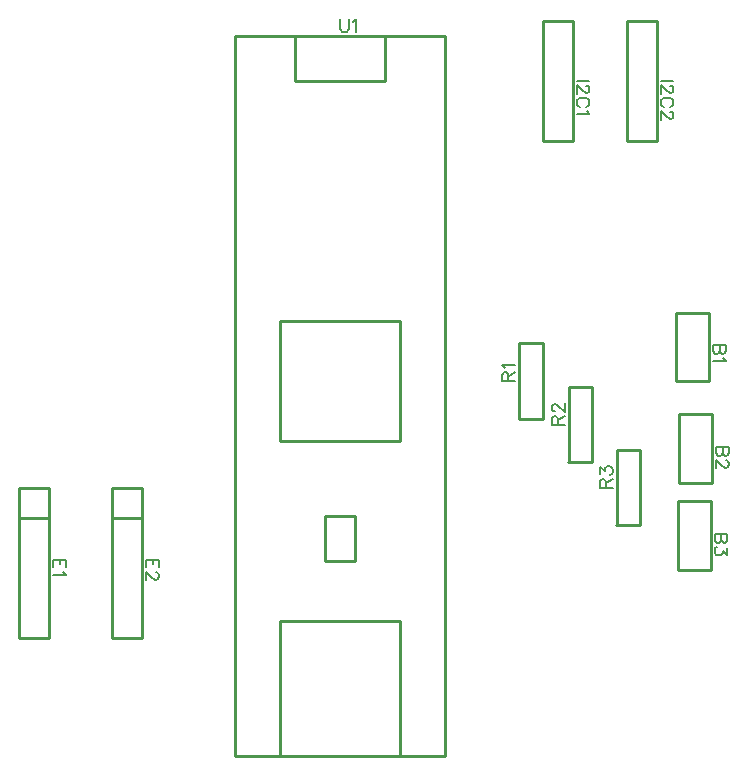
<source format=gto>
G04 Layer: TopSilkscreenLayer*
G04 EasyEDA v6.5.42, 2024-05-16 00:57:31*
G04 d9f469ff45594f39a9365f2809714314,1c3c6ee5999b4fae9b5d841b4a43d368,10*
G04 Gerber Generator version 0.2*
G04 Scale: 100 percent, Rotated: No, Reflected: No *
G04 Dimensions in millimeters *
G04 leading zeros omitted , absolute positions ,4 integer and 5 decimal *
%FSLAX45Y45*%
%MOMM*%

%ADD10C,0.1524*%
%ADD11C,0.2540*%

%LPD*%
D10*
X750315Y2667000D02*
G01*
X641350Y2667000D01*
X724407Y2627629D02*
G01*
X729487Y2627629D01*
X739902Y2622295D01*
X745236Y2617215D01*
X750315Y2606802D01*
X750315Y2585973D01*
X745236Y2575560D01*
X739902Y2570479D01*
X729487Y2565145D01*
X719073Y2565145D01*
X708660Y2570479D01*
X693165Y2580639D01*
X641350Y2632710D01*
X641350Y2560065D01*
X724407Y2447797D02*
G01*
X734821Y2452878D01*
X745236Y2463292D01*
X750315Y2473705D01*
X750315Y2494534D01*
X745236Y2504947D01*
X734821Y2515362D01*
X724407Y2520442D01*
X708660Y2525776D01*
X682752Y2525776D01*
X667257Y2520442D01*
X656844Y2515362D01*
X646429Y2504947D01*
X641350Y2494534D01*
X641350Y2473705D01*
X646429Y2463292D01*
X656844Y2452878D01*
X667257Y2447797D01*
X729487Y2413507D02*
G01*
X734821Y2403094D01*
X750315Y2387600D01*
X641350Y2387600D01*
X1461515Y2667000D02*
G01*
X1352550Y2667000D01*
X1435607Y2627629D02*
G01*
X1440687Y2627629D01*
X1451102Y2622295D01*
X1456436Y2617215D01*
X1461515Y2606802D01*
X1461515Y2585973D01*
X1456436Y2575560D01*
X1451102Y2570479D01*
X1440687Y2565145D01*
X1430273Y2565145D01*
X1419860Y2570479D01*
X1404365Y2580639D01*
X1352550Y2632710D01*
X1352550Y2560065D01*
X1435607Y2447797D02*
G01*
X1446021Y2452878D01*
X1456436Y2463292D01*
X1461515Y2473705D01*
X1461515Y2494534D01*
X1456436Y2504947D01*
X1446021Y2515362D01*
X1435607Y2520442D01*
X1419860Y2525776D01*
X1393952Y2525776D01*
X1378457Y2520442D01*
X1368044Y2515362D01*
X1357629Y2504947D01*
X1352550Y2494534D01*
X1352550Y2473705D01*
X1357629Y2463292D01*
X1368044Y2452878D01*
X1378457Y2447797D01*
X1435607Y2408173D02*
G01*
X1440687Y2408173D01*
X1451102Y2403094D01*
X1456436Y2397760D01*
X1461515Y2387600D01*
X1461515Y2366771D01*
X1456436Y2356357D01*
X1451102Y2351023D01*
X1440687Y2345944D01*
X1430273Y2345944D01*
X1419860Y2351023D01*
X1404365Y2361437D01*
X1352550Y2413507D01*
X1352550Y2340610D01*
X-3681984Y-1384300D02*
G01*
X-3790950Y-1384300D01*
X-3681984Y-1384300D02*
G01*
X-3681984Y-1451863D01*
X-3733800Y-1384300D02*
G01*
X-3733800Y-1425955D01*
X-3790950Y-1384300D02*
G01*
X-3790950Y-1451863D01*
X-3702812Y-1486154D02*
G01*
X-3697478Y-1496568D01*
X-3681984Y-1512062D01*
X-3790950Y-1512062D01*
X-2894584Y-1384300D02*
G01*
X-3003550Y-1384300D01*
X-2894584Y-1384300D02*
G01*
X-2894584Y-1451863D01*
X-2946400Y-1384300D02*
G01*
X-2946400Y-1425955D01*
X-3003550Y-1384300D02*
G01*
X-3003550Y-1451863D01*
X-2920492Y-1491234D02*
G01*
X-2915412Y-1491234D01*
X-2904997Y-1496568D01*
X-2899663Y-1501647D01*
X-2894584Y-1512062D01*
X-2894584Y-1532889D01*
X-2899663Y-1543304D01*
X-2904997Y-1548384D01*
X-2915412Y-1553718D01*
X-2925826Y-1553718D01*
X-2936239Y-1548384D01*
X-2951734Y-1537970D01*
X-3003550Y-1486154D01*
X-3003550Y-1558797D01*
X1906015Y431800D02*
G01*
X1797050Y431800D01*
X1906015Y431800D02*
G01*
X1906015Y385063D01*
X1900936Y369570D01*
X1895602Y364236D01*
X1885187Y359155D01*
X1874773Y359155D01*
X1864360Y364236D01*
X1859279Y369570D01*
X1854200Y385063D01*
X1854200Y431800D02*
G01*
X1854200Y385063D01*
X1848865Y369570D01*
X1843786Y364236D01*
X1833371Y359155D01*
X1817623Y359155D01*
X1807210Y364236D01*
X1802129Y369570D01*
X1797050Y385063D01*
X1797050Y431800D01*
X1885187Y324865D02*
G01*
X1890521Y314452D01*
X1906015Y298704D01*
X1797050Y298704D01*
X1931415Y-431800D02*
G01*
X1822450Y-431800D01*
X1931415Y-431800D02*
G01*
X1931415Y-478536D01*
X1926336Y-494029D01*
X1921002Y-499363D01*
X1910587Y-504444D01*
X1900173Y-504444D01*
X1889760Y-499363D01*
X1884679Y-494029D01*
X1879600Y-478536D01*
X1879600Y-431800D02*
G01*
X1879600Y-478536D01*
X1874265Y-494029D01*
X1869186Y-499363D01*
X1858771Y-504444D01*
X1843023Y-504444D01*
X1832610Y-499363D01*
X1827529Y-494029D01*
X1822450Y-478536D01*
X1822450Y-431800D01*
X1905507Y-544068D02*
G01*
X1910587Y-544068D01*
X1921002Y-549147D01*
X1926336Y-554481D01*
X1931415Y-564895D01*
X1931415Y-585470D01*
X1926336Y-595884D01*
X1921002Y-601218D01*
X1910587Y-606297D01*
X1900173Y-606297D01*
X1889760Y-601218D01*
X1874265Y-590804D01*
X1822450Y-538734D01*
X1822450Y-611631D01*
X1918715Y-1168400D02*
G01*
X1809750Y-1168400D01*
X1918715Y-1168400D02*
G01*
X1918715Y-1215136D01*
X1913636Y-1230629D01*
X1908302Y-1235963D01*
X1897887Y-1241044D01*
X1887473Y-1241044D01*
X1877060Y-1235963D01*
X1871979Y-1230629D01*
X1866900Y-1215136D01*
X1866900Y-1168400D02*
G01*
X1866900Y-1215136D01*
X1861565Y-1230629D01*
X1856486Y-1235963D01*
X1846071Y-1241044D01*
X1830323Y-1241044D01*
X1819910Y-1235963D01*
X1814829Y-1230629D01*
X1809750Y-1215136D01*
X1809750Y-1168400D01*
X1918715Y-1285747D02*
G01*
X1918715Y-1342897D01*
X1877060Y-1311910D01*
X1877060Y-1327404D01*
X1871979Y-1337818D01*
X1866900Y-1342897D01*
X1851152Y-1348231D01*
X1840737Y-1348231D01*
X1825244Y-1342897D01*
X1814829Y-1332484D01*
X1809750Y-1316989D01*
X1809750Y-1301495D01*
X1814829Y-1285747D01*
X1819910Y-1280668D01*
X1830323Y-1275334D01*
X11684Y127000D02*
G01*
X120650Y127000D01*
X11684Y127000D02*
G01*
X11684Y173736D01*
X16763Y189229D01*
X22097Y194563D01*
X32512Y199644D01*
X42926Y199644D01*
X53339Y194563D01*
X58420Y189229D01*
X63500Y173736D01*
X63500Y127000D01*
X63500Y163321D02*
G01*
X120650Y199644D01*
X32512Y233934D02*
G01*
X27178Y244347D01*
X11684Y260095D01*
X120650Y260095D01*
X430784Y-241300D02*
G01*
X539750Y-241300D01*
X430784Y-241300D02*
G01*
X430784Y-194563D01*
X435863Y-179070D01*
X441197Y-173736D01*
X451612Y-168655D01*
X462026Y-168655D01*
X472439Y-173736D01*
X477520Y-179070D01*
X482600Y-194563D01*
X482600Y-241300D01*
X482600Y-204978D02*
G01*
X539750Y-168655D01*
X456692Y-129031D02*
G01*
X451612Y-129031D01*
X441197Y-123952D01*
X435863Y-118618D01*
X430784Y-108204D01*
X430784Y-87629D01*
X435863Y-77215D01*
X441197Y-71881D01*
X451612Y-66802D01*
X462026Y-66802D01*
X472439Y-71881D01*
X487934Y-82295D01*
X539750Y-134365D01*
X539750Y-61468D01*
X837184Y-774700D02*
G01*
X946150Y-774700D01*
X837184Y-774700D02*
G01*
X837184Y-727963D01*
X842263Y-712470D01*
X847597Y-707136D01*
X858012Y-702055D01*
X868426Y-702055D01*
X878839Y-707136D01*
X883920Y-712470D01*
X889000Y-727963D01*
X889000Y-774700D01*
X889000Y-738378D02*
G01*
X946150Y-702055D01*
X837184Y-657352D02*
G01*
X837184Y-600202D01*
X878839Y-631189D01*
X878839Y-615695D01*
X883920Y-605281D01*
X889000Y-600202D01*
X904747Y-594868D01*
X915162Y-594868D01*
X930655Y-600202D01*
X941070Y-610615D01*
X946150Y-626110D01*
X946150Y-641604D01*
X941070Y-657352D01*
X935989Y-662431D01*
X925576Y-667765D01*
X-1358900Y3188715D02*
G01*
X-1358900Y3110737D01*
X-1353820Y3095244D01*
X-1343405Y3084829D01*
X-1327657Y3079750D01*
X-1317244Y3079750D01*
X-1301750Y3084829D01*
X-1291336Y3095244D01*
X-1286255Y3110737D01*
X-1286255Y3188715D01*
X-1251965Y3167887D02*
G01*
X-1241552Y3173221D01*
X-1225804Y3188715D01*
X-1225804Y3079750D01*
D11*
X546100Y2158997D02*
G01*
X609600Y2159000D01*
X609600Y2349497D01*
X609600Y2413000D01*
X419100Y2158997D02*
G01*
X355600Y2159000D01*
X355600Y2349497D01*
X355600Y2413000D01*
X355600Y2921000D02*
G01*
X355600Y2984497D01*
X355600Y3175000D01*
X419100Y3174997D01*
X609600Y2921000D02*
G01*
X609600Y2984497D01*
X609600Y3175000D01*
X546100Y3174997D01*
X609600Y2667000D02*
G01*
X609600Y2730497D01*
X609600Y2857497D01*
X609600Y2921000D01*
X609600Y2413000D02*
G01*
X609600Y2476497D01*
X609600Y2603497D01*
X609600Y2667000D01*
X355600Y2413000D02*
G01*
X355600Y2476497D01*
X355600Y2603497D01*
X355600Y2667000D01*
X355600Y2667000D02*
G01*
X355600Y2730497D01*
X355600Y2857497D01*
X355600Y2921000D01*
X546100Y2159000D02*
G01*
X419100Y2159000D01*
X546100Y3174997D02*
G01*
X419100Y3174997D01*
X1257300Y2158997D02*
G01*
X1320800Y2159000D01*
X1320800Y2349497D01*
X1320800Y2413000D01*
X1130300Y2158997D02*
G01*
X1066800Y2159000D01*
X1066800Y2349497D01*
X1066800Y2413000D01*
X1066800Y2921000D02*
G01*
X1066800Y2984497D01*
X1066800Y3175000D01*
X1130300Y3174997D01*
X1320800Y2921000D02*
G01*
X1320800Y2984497D01*
X1320800Y3175000D01*
X1257300Y3174997D01*
X1320800Y2667000D02*
G01*
X1320800Y2730497D01*
X1320800Y2857497D01*
X1320800Y2921000D01*
X1320800Y2413000D02*
G01*
X1320800Y2476497D01*
X1320800Y2603497D01*
X1320800Y2667000D01*
X1066800Y2413000D02*
G01*
X1066800Y2476497D01*
X1066800Y2603497D01*
X1066800Y2667000D01*
X1066800Y2667000D02*
G01*
X1066800Y2730497D01*
X1066800Y2857497D01*
X1066800Y2921000D01*
X1257300Y2159000D02*
G01*
X1130300Y2159000D01*
X1257300Y3174997D02*
G01*
X1130300Y3174997D01*
X-3822700Y-2044700D02*
G01*
X-3822700Y-965200D01*
X-3822700Y-1033543D02*
G01*
X-4076700Y-1033543D01*
X-3822700Y-965200D02*
G01*
X-3822700Y-774700D01*
X-4076700Y-774700D01*
X-4076700Y-2044700D01*
X-3822700Y-2044700D01*
X-3035300Y-2044700D02*
G01*
X-3035300Y-965200D01*
X-3035300Y-1033543D02*
G01*
X-3289300Y-1033543D01*
X-3035300Y-965200D02*
G01*
X-3035300Y-774700D01*
X-3289300Y-774700D01*
X-3289300Y-2044700D01*
X-3035300Y-2044700D01*
X1765604Y707110D02*
G01*
X1765604Y131114D01*
X1486611Y131114D01*
X1486611Y707110D01*
X1765604Y707110D01*
X1791004Y-156489D02*
G01*
X1791004Y-732485D01*
X1512011Y-732485D01*
X1512011Y-156489D01*
X1791004Y-156489D01*
X1778304Y-893089D02*
G01*
X1778304Y-1469085D01*
X1499311Y-1469085D01*
X1499311Y-893089D01*
X1778304Y-893089D01*
X355600Y436199D02*
G01*
X355600Y-193802D01*
X154939Y447039D02*
G01*
X354939Y447039D01*
X154939Y-193039D02*
G01*
X154939Y436961D01*
X353060Y-193039D02*
G01*
X153060Y-193039D01*
X774700Y67899D02*
G01*
X774700Y-562102D01*
X574039Y78739D02*
G01*
X774039Y78739D01*
X574039Y-561339D02*
G01*
X574039Y68661D01*
X772160Y-561339D02*
G01*
X572160Y-561339D01*
X1181100Y-465500D02*
G01*
X1181100Y-1095502D01*
X980439Y-454660D02*
G01*
X1180439Y-454660D01*
X980439Y-1094739D02*
G01*
X980439Y-464738D01*
X1178560Y-1094739D02*
G01*
X978560Y-1094739D01*
X-2247900Y3048000D02*
G01*
X-469900Y3048000D01*
X-469900Y-3048000D01*
X-2247900Y-3048000D01*
X-2247900Y3048000D01*
X-1739900Y3048000D02*
G01*
X-977900Y3048000D01*
X-977900Y2667000D01*
X-1739900Y2667000D01*
X-1739900Y3048000D01*
X-1866900Y-1905000D02*
G01*
X-850900Y-1905000D01*
X-850900Y-3048000D01*
X-1866900Y-3048000D01*
X-1866900Y-1905000D01*
X-1485900Y-1016000D02*
G01*
X-1231900Y-1016000D01*
X-1231900Y-1397000D01*
X-1485900Y-1397000D01*
X-1485900Y-1016000D01*
X-1866900Y635000D02*
G01*
X-850900Y635000D01*
X-850900Y-381000D01*
X-1866900Y-381000D01*
X-1866900Y635000D01*
M02*

</source>
